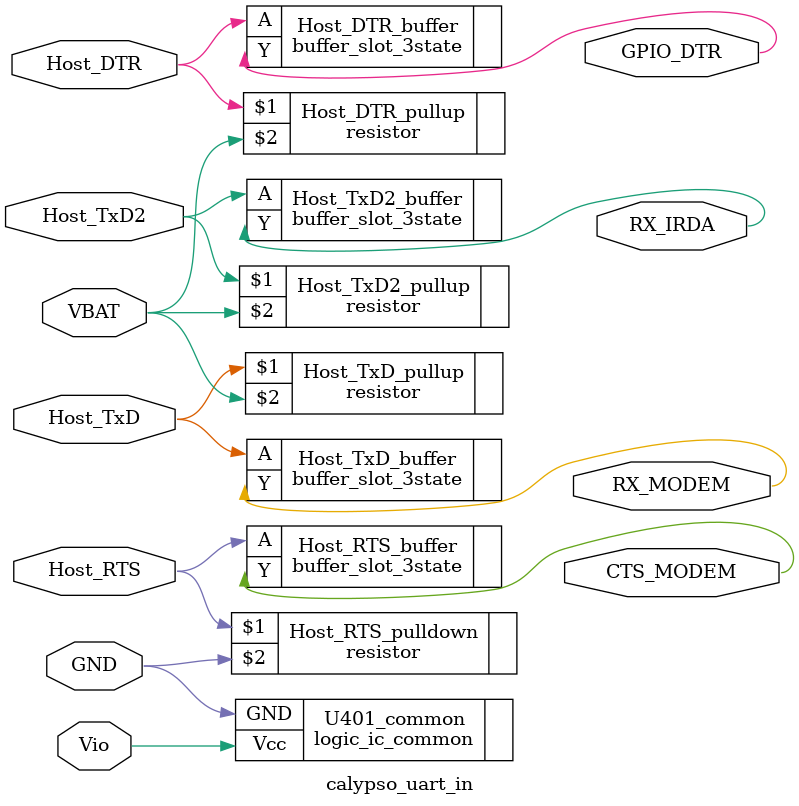
<source format=v>
/*
 * This module encapsulates the mobile power domain buffers
 * in front of Calypso UART inputs.
 */

module calypso_uart_in (GND, VBAT, Vio,
			Host_TxD, Host_RTS, Host_DTR, Host_TxD2,
			RX_MODEM, CTS_MODEM, GPIO_DTR, RX_IRDA);

input GND, VBAT, Vio;
input Host_TxD, Host_RTS, Host_DTR, Host_TxD2;
output RX_MODEM, CTS_MODEM, GPIO_DTR, RX_IRDA;

/* U401 buffer common part */
logic_ic_common U401_common (.Vcc(Vio), .GND(GND));

/* buffer slots */
buffer_slot_3state Host_TxD_buffer  (.A(Host_TxD),  .Y(RX_MODEM));
buffer_slot_3state Host_RTS_buffer  (.A(Host_RTS),  .Y(CTS_MODEM));
buffer_slot_3state Host_DTR_buffer  (.A(Host_DTR),  .Y(GPIO_DTR));
buffer_slot_3state Host_TxD2_buffer (.A(Host_TxD2), .Y(RX_IRDA));

/* pull-ups to VBAT */
resistor Host_TxD_pullup  (Host_TxD,  VBAT);
resistor Host_DTR_pullup  (Host_DTR,  VBAT);
resistor Host_TxD2_pullup (Host_TxD2, VBAT);

/* pull-down to GND */
resistor Host_RTS_pulldown (Host_RTS, GND);

endmodule

</source>
